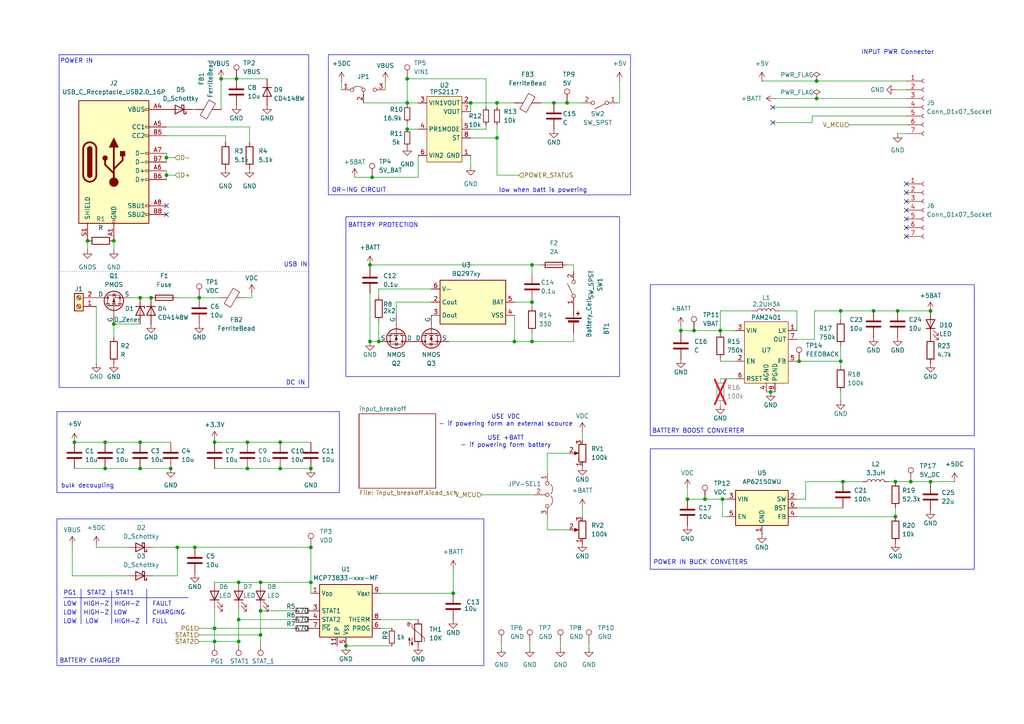
<source format=kicad_sch>
(kicad_sch (version 20231120) (generator "eeschema") (generator_version "8.0")
  (paper "A4")
  (junction (at 164.465 29.845))
  (junction (at 201.295 95.885))
  (junction (at 62.23 182.245))
  (junction (at 259.715 139.7))
  (junction (at 71.755 128.27))
  (junction (at 69.215 179.705))
  (junction (at 81.28 128.27))
  (junction (at 40.64 135.89))
  (junction (at 25.4 69.85))
  (junction (at 62.23 186.055))
  (junction (at 136.525 29.845))
  (junction (at 33.02 69.85))
  (junction (at 236.855 28.575))
  (junction (at 21.59 128.27))
  (junction (at 56.515 158.75))
  (junction (at 149.225 99.06))
  (junction (at 30.48 135.89))
  (junction (at 244.475 139.7))
  (junction (at 107.95 51.435))
  (junction (at 64.135 22.86))
  (junction (at 236.855 23.495))
  (junction (at 107.315 76.835))
  (junction (at 100.33 187.325))
  (junction (at 223.52 113.665))
  (junction (at 264.16 139.7))
  (junction (at 144.145 40.005))
  (junction (at 209.55 144.78))
  (junction (at 90.17 135.89))
  (junction (at 197.485 95.885))
  (junction (at 71.755 135.89))
  (junction (at 81.28 135.89))
  (junction (at 118.11 37.465))
  (junction (at 204.47 144.78))
  (junction (at 43.815 86.36))
  (junction (at 160.655 29.845))
  (junction (at 57.785 86.36))
  (junction (at 131.445 172.085))
  (junction (at 48.26 50.8))
  (junction (at 30.48 128.27))
  (junction (at 75.565 177.165))
  (junction (at 69.215 186.055))
  (junction (at 154.305 87.63))
  (junction (at 90.17 168.91))
  (junction (at 49.53 135.89))
  (junction (at 90.17 158.75))
  (junction (at 118.11 29.845))
  (junction (at 109.855 99.06))
  (junction (at 48.26 45.72))
  (junction (at 269.875 90.17))
  (junction (at 260.35 90.17))
  (junction (at 118.11 22.86))
  (junction (at 40.64 128.27))
  (junction (at 243.84 104.775))
  (junction (at 208.915 95.885))
  (junction (at 259.715 149.86))
  (junction (at 40.64 86.36))
  (junction (at 243.84 90.17))
  (junction (at 154.305 76.835))
  (junction (at 33.02 93.98))
  (junction (at 253.365 90.17))
  (junction (at 107.315 99.06))
  (junction (at 62.23 128.27))
  (junction (at 68.58 22.86))
  (junction (at 199.39 144.78))
  (junction (at 69.215 168.91))
  (junction (at 269.875 139.7))
  (junction (at 75.565 168.91))
  (junction (at 154.305 99.06))
  (junction (at 75.565 184.15))
  (junction (at 144.145 29.845))
  (junction (at 51.435 158.75))
  (junction (at 231.775 104.775))
  (no_connect (at 224.155 31.115))
  (no_connect (at 262.89 60.96))
  (no_connect (at 262.89 58.42))
  (no_connect (at 262.89 55.88))
  (no_connect (at 262.89 68.58))
  (no_connect (at 262.89 63.5))
  (no_connect (at 224.155 35.56))
  (no_connect (at 262.89 66.04))
  (no_connect (at 48.26 59.69))
  (no_connect (at 48.26 62.23))
  (no_connect (at 262.89 53.34))
  (polyline (pts (xy 17.145 78.74) (xy 89.535 78.74)) (stroke (width 0) (type dot)))
  (wire (pts (xy 209.55 149.86) (xy 209.55 144.78)))
  (wire (pts (xy 208.915 104.775) (xy 208.915 104.14)))
  (wire (pts (xy 40.64 86.36) (xy 43.815 86.36)))
  (wire (pts (xy 113.665 182.245) (xy 110.49 182.245)))
  (wire (pts (xy 62.23 135.89) (xy 71.755 135.89)))
  (polyline (pts (xy 32.385 171.45) (xy 32.385 180.975)))
  (wire (pts (xy 109.855 93.345) (xy 109.855 99.06)))
  (wire (pts (xy 208.915 90.17) (xy 218.44 90.17)))
  (wire (pts (xy 253.365 90.17) (xy 260.35 90.17)))
  (wire (pts (xy 51.435 167.005) (xy 44.45 167.005)))
  (wire (pts (xy 153.67 186.69) (xy 153.67 187.96)))
  (wire (pts (xy 259.715 139.7) (xy 257.81 139.7)))
  (wire (pts (xy 136.525 45.085) (xy 136.525 48.26)))
  (wire (pts (xy 75.565 177.165) (xy 75.565 184.15)))
  (wire (pts (xy 243.84 92.71) (xy 243.84 90.17)))
  (wire (pts (xy 154.305 96.52) (xy 154.305 99.06)))
  (wire (pts (xy 199.39 141.605) (xy 199.39 144.78)))
  (wire (pts (xy 90.17 135.89) (xy 81.28 135.89)))
  (wire (pts (xy 208.915 95.885) (xy 208.915 96.52)))
  (wire (pts (xy 149.225 87.63) (xy 154.305 87.63)))
  (wire (pts (xy 209.55 144.78) (xy 210.82 144.78)))
  (wire (pts (xy 90.17 168.91) (xy 90.17 172.085)))
  (wire (pts (xy 27.94 88.9) (xy 27.94 105.41)))
  (wire (pts (xy 162.56 186.69) (xy 162.56 187.96)))
  (wire (pts (xy 136.525 40.005) (xy 144.145 40.005)))
  (wire (pts (xy 139.7 143.51) (xy 154.94 143.51)))
  (wire (pts (xy 233.68 144.78) (xy 233.68 139.7)))
  (wire (pts (xy 136.525 29.845) (xy 136.525 32.385)))
  (wire (pts (xy 64.135 22.86) (xy 68.58 22.86)))
  (wire (pts (xy 57.785 186.055) (xy 62.23 186.055)))
  (wire (pts (xy 131.445 165.1) (xy 131.445 172.085)))
  (wire (pts (xy 144.145 40.005) (xy 144.145 36.195)))
  (wire (pts (xy 236.22 98.425) (xy 236.22 90.17)))
  (wire (pts (xy 264.16 139.7) (xy 269.875 139.7)))
  (wire (pts (xy 21.59 128.27) (xy 30.48 128.27)))
  (wire (pts (xy 204.47 144.78) (xy 209.55 144.78)))
  (wire (pts (xy 105.41 29.845) (xy 118.11 29.845)))
  (wire (pts (xy 40.64 135.89) (xy 49.53 135.89)))
  (wire (pts (xy 154.305 88.9) (xy 154.305 87.63)))
  (wire (pts (xy 210.82 149.86) (xy 209.55 149.86)))
  (wire (pts (xy 62.23 168.91) (xy 69.215 168.91)))
  (wire (pts (xy 27.94 158.75) (xy 27.94 158.115)))
  (wire (pts (xy 30.48 135.89) (xy 40.64 135.89)))
  (wire (pts (xy 118.11 30.48) (xy 118.11 29.845)))
  (wire (pts (xy 233.68 139.7) (xy 244.475 139.7)))
  (wire (pts (xy 243.84 116.205) (xy 243.84 113.665)))
  (wire (pts (xy 72.39 36.83) (xy 48.26 36.83)))
  (wire (pts (xy 109.855 85.725) (xy 109.855 83.82)))
  (wire (pts (xy 149.225 91.44) (xy 149.225 99.06)))
  (wire (pts (xy 136.525 37.465) (xy 140.97 37.465)))
  (wire (pts (xy 197.485 95.885) (xy 197.485 94.615)))
  (wire (pts (xy 36.83 158.75) (xy 27.94 158.75)))
  (wire (pts (xy 118.11 29.845) (xy 121.285 29.845)))
  (wire (pts (xy 231.14 104.775) (xy 231.775 104.775)))
  (wire (pts (xy 213.36 95.885) (xy 208.915 95.885)))
  (wire (pts (xy 40.64 128.27) (xy 49.53 128.27)))
  (wire (pts (xy 140.97 36.195) (xy 140.97 37.465)))
  (wire (pts (xy 73.025 85.09) (xy 73.025 86.36)))
  (wire (pts (xy 164.465 29.845) (xy 160.655 29.845)))
  (wire (pts (xy 107.315 99.06) (xy 109.855 99.06)))
  (wire (pts (xy 179.705 23.495) (xy 179.705 29.845)))
  (wire (pts (xy 51.435 158.75) (xy 56.515 158.75)))
  (wire (pts (xy 231.14 149.86) (xy 259.715 149.86)))
  (wire (pts (xy 33.02 93.98) (xy 33.02 97.79)))
  (wire (pts (xy 236.855 28.575) (xy 224.79 28.575)))
  (wire (pts (xy 48.26 45.72) (xy 48.26 46.99)))
  (wire (pts (xy 224.155 31.115) (xy 262.89 31.115)))
  (wire (pts (xy 208.915 95.885) (xy 208.915 90.17)))
  (wire (pts (xy 111.76 26.035) (xy 111.76 23.495)))
  (wire (pts (xy 158.75 131.445) (xy 158.75 137.16)))
  (wire (pts (xy 62.23 186.055) (xy 69.215 186.055)))
  (wire (pts (xy 21.59 135.89) (xy 30.48 135.89)))
  (wire (pts (xy 259.715 149.86) (xy 259.715 147.32)))
  (wire (pts (xy 154.305 87.63) (xy 154.305 86.995)))
  (wire (pts (xy 260.35 38.735) (xy 262.89 38.735)))
  (wire (pts (xy 220.98 23.495) (xy 236.855 23.495)))
  (wire (pts (xy 208.915 109.855) (xy 213.36 109.855)))
  (wire (pts (xy 269.875 139.7) (xy 269.875 140.335)))
  (wire (pts (xy 231.14 147.32) (xy 244.475 147.32)))
  (wire (pts (xy 55.88 31.75) (xy 56.515 31.75)))
  (wire (pts (xy 154.305 76.835) (xy 154.305 79.375)))
  (wire (pts (xy 73.025 86.36) (xy 71.12 86.36)))
  (wire (pts (xy 158.75 131.445) (xy 165.1 131.445)))
  (wire (pts (xy 48.26 50.8) (xy 50.8 50.8)))
  (wire (pts (xy 156.845 76.835) (xy 154.305 76.835)))
  (wire (pts (xy 197.485 95.885) (xy 201.295 95.885)))
  (wire (pts (xy 118.11 35.56) (xy 118.11 37.465)))
  (wire (pts (xy 168.91 125.095) (xy 168.91 127.635)))
  (wire (pts (xy 71.755 135.89) (xy 81.28 135.89)))
  (wire (pts (xy 110.49 172.085) (xy 131.445 172.085)))
  (wire (pts (xy 44.45 158.75) (xy 51.435 158.75)))
  (wire (pts (xy 259.715 26.035) (xy 262.89 26.035)))
  (wire (pts (xy 69.215 179.705) (xy 69.215 176.53)))
  (wire (pts (xy 259.715 139.7) (xy 264.16 139.7)))
  (wire (pts (xy 166.37 96.52) (xy 166.37 99.06)))
  (wire (pts (xy 243.84 104.775) (xy 243.84 100.33)))
  (wire (pts (xy 57.785 86.36) (xy 63.5 86.36)))
  (wire (pts (xy 236.855 23.495) (xy 262.89 23.495)))
  (wire (pts (xy 110.49 179.705) (xy 121.285 179.705)))
  (wire (pts (xy 235.585 33.655) (xy 262.89 33.655)))
  (wire (pts (xy 140.97 22.86) (xy 118.11 22.86)))
  (wire (pts (xy 170.815 186.69) (xy 170.815 187.96)))
  (wire (pts (xy 65.405 41.275) (xy 65.405 39.37)))
  (wire (pts (xy 72.39 41.275) (xy 72.39 36.83)))
  (wire (pts (xy 222.25 113.665) (xy 223.52 113.665)))
  (wire (pts (xy 231.14 98.425) (xy 236.22 98.425)))
  (wire (pts (xy 145.415 186.69) (xy 145.415 187.96)))
  (wire (pts (xy 235.585 35.56) (xy 224.155 35.56)))
  (wire (pts (xy 262.89 28.575) (xy 236.855 28.575)))
  (wire (pts (xy 62.23 127.635) (xy 62.23 128.27)))
  (wire (pts (xy 51.435 86.36) (xy 57.785 86.36)))
  (wire (pts (xy 144.145 29.845) (xy 144.145 31.115)))
  (wire (pts (xy 199.39 144.78) (xy 204.47 144.78)))
  (wire (pts (xy 25.4 72.39) (xy 25.4 69.85)))
  (wire (pts (xy 33.02 72.39) (xy 33.02 69.85)))
  (wire (pts (xy 69.215 179.705) (xy 85.09 179.705)))
  (wire (pts (xy 48.26 49.53) (xy 48.26 50.8)))
  (wire (pts (xy 121.285 45.085) (xy 121.285 51.435)))
  (wire (pts (xy 243.84 90.17) (xy 253.365 90.17)))
  (wire (pts (xy 20.955 167.005) (xy 20.955 158.115)))
  (wire (pts (xy 231.775 104.775) (xy 243.84 104.775)))
  (wire (pts (xy 166.37 99.06) (xy 154.305 99.06)))
  (wire (pts (xy 118.11 37.465) (xy 121.285 37.465)))
  (wire (pts (xy 40.64 86.36) (xy 38.1 86.36)))
  (wire (pts (xy 40.64 93.98) (xy 33.02 93.98)))
  (wire (pts (xy 231.14 90.17) (xy 231.14 95.885)))
  (wire (pts (xy 85.09 182.245) (xy 62.23 182.245)))
  (wire (pts (xy 244.475 139.7) (xy 250.19 139.7)))
  (wire (pts (xy 65.405 39.37) (xy 48.26 39.37)))
  (wire (pts (xy 158.75 153.67) (xy 158.75 149.86)))
  (wire (pts (xy 75.565 184.15) (xy 75.565 186.055)))
  (wire (pts (xy 62.23 182.245) (xy 62.23 176.53)))
  (wire (pts (xy 57.785 184.15) (xy 75.565 184.15)))
  (wire (pts (xy 201.295 95.885) (xy 208.915 95.885)))
  (wire (pts (xy 71.755 128.27) (xy 81.28 128.27)))
  (wire (pts (xy 243.84 106.045) (xy 243.84 104.775)))
  (wire (pts (xy 197.485 96.52) (xy 197.485 95.885)))
  (polyline (pts (xy 18.415 173.355) (xy 54.61 173.355)))
  (wire (pts (xy 36.83 167.005) (xy 20.955 167.005)))
  (polyline (pts (xy 23.495 170.815) (xy 23.495 180.975)))
  (wire (pts (xy 136.525 29.845) (xy 144.145 29.845)))
  (wire (pts (xy 69.215 168.91) (xy 75.565 168.91)))
  (wire (pts (xy 64.135 22.86) (xy 64.135 31.75)))
  (wire (pts (xy 75.565 168.91) (xy 90.17 168.91)))
  (wire (pts (xy 75.565 177.165) (xy 75.565 176.53)))
  (wire (pts (xy 107.315 77.47) (xy 107.315 76.835)))
  (wire (pts (xy 144.145 50.8) (xy 150.495 50.8)))
  (wire (pts (xy 107.95 51.435) (xy 121.285 51.435)))
  (wire (pts (xy 144.145 40.005) (xy 144.145 50.8)))
  (wire (pts (xy 165.1 153.67) (xy 158.75 153.67)))
  (wire (pts (xy 246.38 36.195) (xy 262.89 36.195)))
  (wire (pts (xy 62.23 128.27) (xy 71.755 128.27)))
  (wire (pts (xy 154.305 99.06) (xy 149.225 99.06)))
  (wire (pts (xy 100.33 187.325) (xy 113.665 187.325)))
  (wire (pts (xy 226.06 90.17) (xy 231.14 90.17)))
  (wire (pts (xy 168.91 29.845) (xy 164.465 29.845)))
  (wire (pts (xy 125.095 87.63) (xy 114.935 87.63)))
  (wire (pts (xy 118.11 22.86) (xy 118.11 29.845)))
  (wire (pts (xy 140.97 22.86) (xy 140.97 31.115)))
  (wire (pts (xy 69.215 186.055) (xy 69.215 179.705)))
  (wire (pts (xy 164.465 76.835) (xy 166.37 76.835)))
  (wire (pts (xy 62.23 186.055) (xy 62.23 182.245)))
  (wire (pts (xy 102.87 51.435) (xy 107.95 51.435)))
  (wire (pts (xy 179.705 29.845) (xy 179.07 29.845)))
  (wire (pts (xy 90.17 158.75) (xy 90.17 168.91)))
  (wire (pts (xy 149.225 99.06) (xy 130.175 99.06)))
  (wire (pts (xy 269.875 139.7) (xy 276.86 139.7)))
  (wire (pts (xy 114.935 87.63) (xy 114.935 91.44)))
  (wire (pts (xy 156.845 29.845) (xy 160.655 29.845)))
  (polyline (pts (xy 42.545 170.815) (xy 42.545 180.975)))
  (wire (pts (xy 236.22 90.17) (xy 243.84 90.17)))
  (wire (pts (xy 99.06 23.495) (xy 99.06 26.035)))
  (wire (pts (xy 168.91 147.32) (xy 168.91 149.86)))
  (wire (pts (xy 48.26 50.8) (xy 48.26 52.07)))
  (wire (pts (xy 213.36 104.775) (xy 208.915 104.775)))
  (wire (pts (xy 57.785 182.245) (xy 62.23 182.245)))
  (wire (pts (xy 144.145 29.845) (xy 149.225 29.845)))
  (wire (pts (xy 260.35 90.17) (xy 269.875 90.17)))
  (wire (pts (xy 109.855 83.82) (xy 125.095 83.82)))
  (wire (pts (xy 235.585 35.56) (xy 235.585 33.655)))
  (wire (pts (xy 48.26 44.45) (xy 48.26 45.72)))
  (wire (pts (xy 51.435 158.75) (xy 51.435 167.005)))
  (wire (pts (xy 48.26 45.72) (xy 50.8 45.72)))
  (wire (pts (xy 68.58 22.86) (xy 77.47 22.86)))
  (wire (pts (xy 166.37 76.835) (xy 166.37 78.74)))
  (wire (pts (xy 223.52 113.665) (xy 224.79 113.665)))
  (wire (pts (xy 56.515 158.75) (xy 90.17 158.75)))
  (wire (pts (xy 81.28 128.27) (xy 90.17 128.27)))
  (wire (pts (xy 107.315 85.09) (xy 107.315 99.06)))
  (wire (pts (xy 75.565 177.165) (xy 85.09 177.165)))
  (wire (pts (xy 30.48 128.27) (xy 40.64 128.27)))
  (wire (pts (xy 107.315 76.835) (xy 154.305 76.835)))
  (wire (pts (xy 231.14 144.78) (xy 233.68 144.78)))
  (rectangle (start 16.51 150.495) (end 140.335 193.04))
  (rectangle (start 16.51 119.38) (end 98.425 142.875))
  (rectangle (start 188.595 82.55) (end 282.575 126.365))
  (rectangle (start 17.145 15.875) (end 89.535 112.395))
  (rectangle (start 95.25 15.875) (end 182.88 56.515))
  (rectangle (start 100.33 62.865) (end 179.705 109.22))
  (rectangle (start 188.595 130.175) (end 282.575 165.1))
  (text "LOW" (at 26.67 180.34 0) (effects (font (size 1.27 1.27))))
  (text "POWER IN BUCK CONVETERS" (at 203.2 163.195 0) (effects (font (size 1.27 1.27))))
  (text "FAULT" (at 46.99 175.26 0) (effects (font (size 1.27 1.27))))
  (text "LOW" (at 20.32 175.26 0) (effects (font (size 1.27 1.27))))
  (text "INPUT PWR Connector" (at 260.35 15.24 0) (effects (font (size 1.27 1.27))))
  (text "POWER IN" (at 22.225 17.78 0) (effects (font (size 1.27 1.27))))
  (text "OR-ING CIRCUIT\n" (at 104.14 55.245 0) (effects (font (size 1.27 1.27))))
  (text "HIGH-Z" (at 27.94 177.8 0) (effects (font (size 1.27 1.27))))
  (text "BATTERY BOOST CONVERTER" (at 202.565 125.095 0) (effects (font (size 1.27 1.27))))
  (text "HIGH-Z" (at 27.94 175.26 0) (effects (font (size 1.27 1.27))))
  (text "HIGH-Z" (at 36.83 180.34 0) (effects (font (size 1.27 1.27))))
  (text "FULL" (at 46.355 180.34 0) (effects (font (size 1.27 1.27))))
  (text "low when batt is powering" (at 157.48 55.245 0) (effects (font (size 1.27 1.27))))
  (text "DC IN" (at 85.725 111.125 0) (effects (font (size 1.27 1.27))))
  (text "bulk decoupling" (at 25.4 140.97 0) (effects (font (size 1.27 1.27))))
  (text "BATTERY CHARGER" (at 26.035 191.77 0) (effects (font (size 1.27 1.27))))
  (text "CHARGING" (at 48.895 177.8 0) (effects (font (size 1.27 1.27))))
  (text "LOW" (at 20.32 177.8 0) (effects (font (size 1.27 1.27))))
  (text "USE VDC\n- if powering form an external scource\n\nUSE +BATT\n- if powering form battery" (at 146.685 125.095 0) (effects (font (size 1.27 1.27))))
  (text "BATTERY PROTECTION" (at 111.125 65.405 0) (effects (font (size 1.27 1.27))))
  (text "PG1" (at 20.32 172.085 0) (effects (font (size 1.27 1.27))))
  (text "STAT1" (at 36.195 172.085 0) (effects (font (size 1.27 1.27))))
  (text "LOW" (at 34.925 177.8 0) (effects (font (size 1.27 1.27))))
  (text "LOW" (at 20.32 180.34 0) (effects (font (size 1.27 1.27))))
  (text "STAT2" (at 27.94 172.085 0) (effects (font (size 1.27 1.27))))
  (text "USB IN\n" (at 85.725 76.835 0) (effects (font (size 1.27 1.27))))
  (text "HIGH-Z" (at 36.83 175.26 0) (effects (font (size 1.27 1.27))))
  (hierarchical_label "V_MCU" (shape input) (at 246.38 36.195 180))
  (hierarchical_label "V_MCU" (shape input) (at 139.7 143.51 180))
  (hierarchical_label "POWER_STATUS" (shape input) (at 150.495 50.8 0))
  (hierarchical_label "STAT1" (shape input) (at 57.785 184.15 180))
  (hierarchical_label "D+" (shape input) (at 50.8 50.8 0))
  (hierarchical_label "D-" (shape input) (at 50.8 45.72 0))
  (hierarchical_label "PG1" (shape input) (at 57.785 182.245 180))
  (hierarchical_label "STAT2" (shape input) (at 57.785 186.055 180))
  (symbol (lib_id "power:GND") (at 269.875 105.41 0) (unit 1)
    (property "Reference" "#PWR062" (effects (hide yes)))
    (property "Value" "GND" (at 269.875 109.22 0))
    (property "Description" "Power symbol creates a global label with name \"GND\" , ground" (effects (hide yes)))
  )
  (symbol (lib_id "power:VDC") (at 199.39 141.605 0) (unit 1)
    (property "Reference" "#PWR043" (effects (hide yes)))
    (property "Value" "VDC" (at 199.39 137.16 0))
    (property "Description" "Power symbol creates a global label with name \"VDC\"" (effects (hide yes)))
  )
  (symbol (lib_id "power:GND") (at 131.445 179.705 0) (unit 1)
    (property "Reference" "#PWR029" (effects (hide yes)))
    (property "Value" "GND" (at 131.445 183.515 0))
    (property "Description" "Power symbol creates a global label with name \"GND\" , ground" (effects (hide yes)))
  )
  (symbol (lib_id "Device:C") (at 21.59 132.08 0) (unit 1)
    (property "Reference" "C1" (at 24.638 130.8099 0) (effects (justify left)))
    (property "Value" "10u" (at 24.638 133.3499 0) (effects (justify left)))
    (property "Footprint" "Capacitor_SMD:C_0603_1608Metric" (effects (hide yes)))
    (property "Description" "Unpolarized capacitor" (effects (hide yes)))
  )
  (symbol (lib_id "Device:C") (at 90.17 132.08 0) (unit 1)
    (property "Reference" "C11" (at 93.218 130.8099 0) (effects (justify left)))
    (property "Value" "10u" (at 93.218 133.3499 0) (effects (justify left)))
    (property "Footprint" "Capacitor_SMD:C_0603_1608Metric" (effects (hide yes)))
    (property "Description" "Unpolarized capacitor" (effects (hide yes)))
  )
  (symbol (lib_id "Device:C") (at 30.48 132.08 0) (unit 1)
    (property "Reference" "C2" (at 33.528 130.8099 0) (effects (justify left)))
    (property "Value" "10u" (at 33.528 133.3499 0) (effects (justify left)))
    (property "Footprint" "Capacitor_SMD:C_0603_1608Metric" (effects (hide yes)))
    (property "Description" "Unpolarized capacitor" (effects (hide yes)))
  )
  (symbol (lib_id "Device:R_Small") (at 118.11 33.02 0) (unit 1)
    (property "Reference" "R10" (at 113.03 31.75 0) (effects (justify left)))
    (property "Value" "16.9k" (at 111.125 34.29 0) (effects (justify left)))
    (property "Footprint" "Resistor_SMD:R_0603_1608Metric" (effects (hide yes)))
    (property "Description" "Resistor, small symbol" (effects (hide yes)))
  )
  (symbol (lib_id "Device:Battery_Cell") (at 166.37 93.98 0) (unit 1)
    (property "Reference" "BT1" (at 175.895 95.3135 90))
    (property "Value" "Battery_Cell" (at 170.815 92.1385 90))
    (property "Footprint" "Connector_JST:JST_EH_S2B-EH_1x02_P2.50mm_Horizontal" (effects (hide yes)))
    (property "Description" "Single-cell battery" (effects (hide yes)))
  )
  (symbol (lib_id "Device:R_Potentiometer") (at 168.91 153.67 180) (unit 1)
    (property "Reference" "RV2" (at 171.45 152.3999 0) (effects (justify right)))
    (property "Value" "100k" (at 171.45 154.9399 0) (effects (justify right)))
    (property "Footprint" "Potentiometer_THT:Potentiometer_Vishay_T73YP_Vertical" (effects (hide yes)))
    (property "Description" "Potentiometer" (effects (hide yes)))
  )
  (symbol (lib_id "Connector:TestPoint") (at 201.295 95.885 0) (unit 1)
    (property "Reference" "TP11" (at 203.835 91.3129 0) (effects (justify left)))
    (property "Value" "VBAT" (at 203.835 93.8529 0) (effects (justify left)))
    (property "Footprint" "TestPoint:TestPoint_Pad_D1.5mm" (effects (hide yes)))
    (property "Description" "test point" (effects (hide yes)))
  )
  (symbol (lib_id "Device:C") (at 154.305 83.185 0) (unit 1)
    (property "Reference" "C14" (at 156.845 81.915 0) (effects (justify left)))
    (property "Value" "0.1u" (at 156.845 84.455 0) (effects (justify left)))
    (property "Footprint" "Capacitor_SMD:C_0603_1608Metric" (effects (hide yes)))
    (property "Description" "Unpolarized capacitor" (effects (hide yes)))
  )
  (symbol (lib_id "power:GND") (at 77.47 30.48 0) (unit 1)
    (property "Reference" "#PWR018" (effects (hide yes)))
    (property "Value" "GND" (at 77.47 34.29 0))
    (property "Description" "Power symbol creates a global label with name \"GND\" , ground" (effects (hide yes)))
  )
  (symbol (lib_id "power:+BATT") (at 197.485 94.615 0) (unit 1)
    (property "Reference" "#PWR041" (effects (hide yes)))
    (property "Value" "+BATT" (at 197.485 89.535 0))
    (property "Description" "Power symbol creates a global label with name \"+BATT\"" (effects (hide yes)))
  )
  (symbol (lib_id "Device:Thermistor_NTC") (at 121.285 183.515 0) (unit 1)
    (property "Reference" "TH1" (at 124.46 182.5624 0) (effects (justify left)))
    (property "Value" "10K" (at 124.46 185.1024 0) (effects (justify left)))
    (property "Footprint" "TestPoint:TestPoint_Pad_D1.5mm" (effects (hide yes)))
    (property "Description" "Temperature dependent resistor, negative temperature coefficient" (effects (hide yes)))
  )
  (symbol (lib_id "power:GND") (at 118.11 42.545 0) (unit 1)
    (property "Reference" "#PWR026" (effects (hide yes)))
    (property "Value" "GND" (at 118.11 47.625 0))
    (property "Description" "Power symbol creates a global label with name \"GND\" , ground" (effects (hide yes)))
  )
  (symbol (lib_id "power:+5P") (at 276.86 139.7 0) (unit 1)
    (property "Reference" "#PWR065" (effects (hide yes)))
    (property "Value" "+5DC" (at 276.86 134.62 0))
    (property "Description" "Power symbol creates a global label with name \"+5P\"" (effects (hide yes)))
  )
  (symbol (lib_id "Connector:TestPoint") (at 164.465 29.845 0) (unit 1)
    (property "Reference" "TP9" (at 163.195 21.59 0) (effects (justify left)))
    (property "Value" "5V" (at 163.195 24.13 0) (effects (justify left)))
    (property "Footprint" "TestPoint:TestPoint_Pad_D1.5mm" (effects (hide yes)))
    (property "Description" "test point" (effects (hide yes)))
  )
  (symbol (lib_id "Device:R") (at 72.39 45.085 180) (unit 1)
    (property "Reference" "R4" (at 74.93 43.8149 0) (effects (justify right)))
    (property "Value" "5.1k" (at 74.93 46.3549 0) (effects (justify right)))
    (property "Footprint" "Resistor_SMD:R_0603_1608Metric" (effects (hide yes)))
    (property "Description" "Resistor" (effects (hide yes)))
  )
  (symbol (lib_id "Device:R_Small") (at 140.97 33.655 0) (unit 1)
    (property "Reference" "R12" (at 135.89 33.655 0) (effects (justify left)))
    (property "Value" "10k" (at 135.89 36.195 0) (effects (justify left)))
    (property "Footprint" "Resistor_SMD:R_0603_1608Metric" (effects (hide yes)))
    (property "Description" "Resistor, small symbol" (effects (hide yes)))
  )
  (symbol (lib_id "Device:C") (at 107.315 81.28 0) (unit 1)
    (property "Reference" "C12" (at 111.125 80.01 0) (effects (justify left)))
    (property "Value" "0.1u" (at 111.125 82.55 0) (effects (justify left)))
    (property "Footprint" "Capacitor_SMD:C_0603_1608Metric" (effects (hide yes)))
    (property "Description" "Unpolarized capacitor" (effects (hide yes)))
  )
  (symbol (lib_id "power:GND") (at 136.525 48.26 0) (unit 1)
    (property "Reference" "#PWR030" (effects (hide yes)))
    (property "Value" "GND" (at 136.525 53.34 0))
    (property "Description" "Power symbol creates a global label with name \"GND\" , ground" (effects (hide yes)))
  )
  (symbol (lib_id "power:GND") (at 160.655 37.465 0) (unit 1)
    (property "Reference" "#PWR033" (effects (hide yes)))
    (property "Value" "GND" (at 160.655 41.275 0))
    (property "Description" "Power symbol creates a global label with name \"GND\" , ground" (effects (hide yes)))
  )
  (symbol (lib_id "power:GND") (at 121.285 187.325 0) (unit 1)
    (property "Reference" "#PWR027" (effects (hide yes)))
    (property "Value" "GND" (at 121.285 191.135 0))
    (property "Description" "Power symbol creates a global label with name \"GND\" , ground" (effects (hide yes)))
  )
  (symbol (lib_id "Diode:CD4148W") (at 77.47 26.67 270) (unit 1)
    (property "Reference" "D9" (at 79.375 26.035 90) (effects (justify left)))
    (property "Value" "CD4148W" (at 79.375 28.575 90) (effects (justify left)))
    (property "Footprint" "Diode_SMD:D_0805_2012Metric" (effects (hide yes)))
    (property "Datasheet" "https://www.dccomponents.com/upload/product/original/623524775088.pdf" (effects (hide yes)))
    (property "Description" "75V 0.15A Switching Diode, 0805" (effects (hide yes)))
    (property "Sim.Device" "D" (effects (hide yes)))
    (property "Sim.Pins" "1=K 2=A" (effects (hide yes)))
  )
  (symbol (lib_id "power:GNDS") (at 25.4 72.39 0) (unit 1)
    (property "Reference" "#PWR03" (effects (hide yes)))
    (property "Value" "GNDS" (at 25.4 77.47 0))
    (property "Description" "Power symbol creates a global label with name \"GNDS\" , signal ground" (effects (hide yes)))
  )
  (symbol (lib_id "Connector:Conn_01x07_Socket") (at 267.97 31.115 0) (unit 1)
    (property "Reference" "J5" (at 268.732 29.8449 0) (effects (justify left)))
    (property "Value" "Conn_01x07_Socket" (at 268.732 32.3849 0) (effects (justify left)))
    (property "Footprint" "Connector_PinSocket_2.54mm:PinSocket_1x07_P2.54mm_Vertical" (effects (hide yes)))
    (property "Description" "Generic connector, single row, 01x07, script generated" (effects (hide yes)))
  )
  (symbol (lib_id "Device:R") (at 269.875 101.6 180) (unit 1)
    (property "Reference" "R23" (at 271.78 100.33 0) (effects (justify right)))
    (property "Value" "4.7k" (at 271.78 102.87 0) (effects (justify right)))
    (property "Footprint" "Resistor_SMD:R_0603_1608Metric" (effects (hide yes)))
    (property "Description" "Resistor" (effects (hide yes)))
  )
  (symbol (lib_id "Device:R") (at 29.21 69.85 90) (unit 1)
    (property "Reference" "R1" (at 29.21 63.5 90))
    (property "Value" "R" (at 29.21 66.04 90))
    (property "Footprint" "Resistor_SMD:R_0603_1608Metric" (effects (hide yes)))
    (property "Description" "Resistor" (effects (hide yes)))
  )
  (symbol (lib_id "Connector:TestPoint") (at 62.23 186.055 180) (unit 1)
    (property "Reference" "PG1" (at 60.96 191.77 0) (effects (justify right)))
    (property "Value" "TestPoint" (effects (hide yes)))
    (property "Footprint" "TestPoint:TestPoint_Pad_D1.5mm" (effects (hide yes)))
    (property "Description" "test point" (effects (hide yes)))
  )
  (symbol (lib_id "power:GND") (at 168.91 157.48 0) (unit 1)
    (property "Reference" "#PWR038" (effects (hide yes)))
    (property "Value" "GND" (at 168.91 161.29 0))
    (property "Description" "Power symbol creates a global label with name \"GND\" , ground" (effects (hide yes)))
  )
  (symbol (lib_id "Device:R_Small") (at 118.11 40.005 0) (unit 1)
    (property "Reference" "R11" (at 113.03 38.735 0) (effects (justify left)))
    (property "Value" "5k" (at 113.665 41.275 0) (effects (justify left)))
    (property "Footprint" "Resistor_SMD:R_0603_1608Metric" (effects (hide yes)))
    (property "Description" "Resistor, small symbol" (effects (hide yes)))
  )
  (symbol (lib_id "Device:C") (at 244.475 143.51 0) (unit 1)
    (property "Reference" "C21" (at 247.65 142.2399 0) (effects (justify left)))
    (property "Value" "100n" (at 247.65 144.7799 0) (effects (justify left)))
    (property "Footprint" "Capacitor_SMD:C_0603_1608Metric" (effects (hide yes)))
    (property "Description" "Unpolarized capacitor" (effects (hide yes)))
  )
  (symbol (lib_id "power:GND") (at 168.91 135.255 0) (unit 1)
    (property "Reference" "#PWR036" (effects (hide yes)))
    (property "Value" "GND" (at 168.91 139.065 0))
    (property "Description" "Power symbol creates a global label with name \"GND\" , ground" (effects (hide yes)))
  )
  (symbol (lib_id "Device:Fuse") (at 160.655 76.835 90) (unit 1)
    (property "Reference" "F2" (at 160.655 70.485 90))
    (property "Value" "2A" (at 160.655 73.025 90))
    (property "Footprint" "Fuse:Fuse_0805_2012Metric" (effects (hide yes)))
    (property "Description" "Fuse" (effects (hide yes)))
  )
  (symbol (lib_id "Connector:TestPoint") (at 75.565 186.055 180) (unit 1)
    (property "Reference" "STAT_1" (at 73.025 191.77 0) (effects (justify right)))
    (property "Value" "TestPoint" (effects (hide yes)))
    (property "Footprint" "TestPoint:TestPoint_Pad_D1.5mm" (effects (hide yes)))
    (property "Description" "test point" (effects (hide yes)))
  )
  (symbol (lib_name "GND_1") (lib_id "power:GND") (at 260.35 38.735 0) (unit 1)
    (property "Reference" "#PWR077" (effects (hide yes)))
    (property "Value" "GND" (at 260.35 43.561 0))
    (property "Description" "Power symbol creates a global label with name \"GND\" , ground" (effects (hide yes)))
  )
  (symbol (lib_name "GND_2") (lib_id "power:GND") (at 153.67 187.96 0) (unit 1)
    (property "Reference" "#PWR032" (effects (hide yes)))
    (property "Value" "GND" (at 153.67 192.786 0))
    (property "Description" "Power symbol creates a global label with name \"GND\" , ground" (effects (hide yes)))
  )
  (symbol (lib_id "Device:C") (at 56.515 162.56 0) (unit 1)
    (property "Reference" "C5" (at 59.69 161.2899 0) (effects (justify left)))
    (property "Value" "10u" (at 59.69 163.8299 0) (effects (justify left)))
    (property "Footprint" "Capacitor_SMD:C_0603_1608Metric" (effects (hide yes)))
    (property "Description" "Unpolarized capacitor" (effects (hide yes)))
  )
  (symbol (lib_id "power:GND") (at 269.875 147.955 0) (unit 1)
    (property "Reference" "#PWR063" (effects (hide yes)))
    (property "Value" "GND" (at 269.875 151.765 0))
    (property "Description" "Power symbol creates a global label with name \"GND\" , ground" (effects (hide yes)))
  )
  (symbol (lib_id "power:PWR_FLAG") (at 236.855 28.575 0) (unit 1)
    (property "Reference" "#FLG04" (effects (hide yes)))
    (property "Value" "PWR_FLAG" (at 231.14 26.797 0))
    (property "Description" "Special symbol for telling ERC where power comes from" (effects (hide yes)))
  )
  (symbol (lib_id "Connector:TestPoint") (at 231.775 104.775 0) (unit 1)
    (property "Reference" "TP14" (at 233.68 100.2029 0) (effects (justify left)))
    (property "Value" "FEEDBACK" (at 233.68 102.7429 0) (effects (justify left)))
    (property "Footprint" "TestPoint:TestPoint_Pad_D1.5mm" (effects (hide yes)))
    (property "Description" "test point" (effects (hide yes)))
  )
  (symbol (lib_id "Device:D_Schottky") (at 40.64 167.005 180) (unit 1)
    (property "Reference" "D3" (at 40.9575 161.29 0))
    (property "Value" "D_Schottky" (at 40.9575 163.83 0))
    (property "Footprint" "Diode_SMD:D_0805_2012Metric" (effects (hide yes)))
    (property "Description" "Schottky diode" (effects (hide yes)))
  )
  (symbol (lib_id "power:+BATT") (at 168.91 147.32 0) (unit 1)
    (property "Reference" "#PWR037" (effects (hide yes)))
    (property "Value" "+BATT" (at 168.91 142.24 0))
    (property "Description" "Power symbol creates a global label with name \"+BATT\"" (effects (hide yes)))
  )
  (symbol (lib_id "Connector:TestPoint") (at 204.47 144.78 0) (unit 1)
    (property "Reference" "TP12" (at 207.01 140.2079 0) (effects (justify left)))
    (property "Value" "VDC" (at 207.01 142.7479 0) (effects (justify left)))
    (property "Footprint" "TestPoint:TestPoint_Pad_D1.5mm" (effects (hide yes)))
    (property "Description" "test point" (effects (hide yes)))
  )
  (symbol (lib_id "power:GND") (at 199.39 152.4 0) (unit 1)
    (property "Reference" "#PWR044" (effects (hide yes)))
    (property "Value" "GND" (at 199.39 156.21 0))
    (property "Description" "Power symbol creates a global label with name \"GND\" , ground" (effects (hide yes)))
  )
  (symbol (lib_id "Device:FerriteBead") (at 67.31 86.36 90) (unit 1)
    (property "Reference" "FB2" (at 68.58 92.71 90))
    (property "Value" "FerriteBead" (at 68.58 95.25 90))
    (property "Footprint" "Inductor_SMD:L_0805_2012Metric" (effects (hide yes)))
    (property "Description" "Ferrite bead" (effects (hide yes)))
  )
  (symbol (lib_id "Device:C") (at 49.53 132.08 0) (unit 1)
    (property "Reference" "C4" (at 52.578 130.8099 0) (effects (justify left)))
    (property "Value" "10u" (at 52.578 133.3499 0) (effects (justify left)))
    (property "Footprint" "Capacitor_SMD:C_0603_1608Metric" (effects (hide yes)))
    (property "Description" "Unpolarized capacitor" (effects (hide yes)))
  )
  (symbol (lib_id "Device:C") (at 68.58 26.67 0) (unit 1)
    (property "Reference" "C8" (at 71.755 25.3999 0) (effects (justify left)))
    (property "Value" "10u" (at 71.755 27.9399 0) (effects (justify left)))
    (property "Footprint" "Capacitor_SMD:C_0603_1608Metric" (effects (hide yes)))
    (property "Description" "Unpolarized capacitor" (effects (hide yes)))
  )
  (symbol (lib_id "power:GND") (at 33.02 105.41 0) (unit 1)
    (property "Reference" "#PWR07" (effects (hide yes)))
    (property "Value" "GND" (at 33.02 109.22 0))
    (property "Description" "Power symbol creates a global label with name \"GND\" , ground" (effects (hide yes)))
  )
  (symbol (lib_id "power:VBUS") (at 20.955 158.115 0) (unit 1)
    (property "Reference" "#PWR048" (effects (hide yes)))
    (property "Value" "VBUS" (at 20.955 153.67 0))
    (property "Description" "Power symbol creates a global label with name \"VBUS\"" (effects (hide yes)))
  )
  (symbol (lib_id "power:+BATT") (at 224.79 28.575 90) (unit 1)
    (property "Reference" "#PWR054" (effects (hide yes)))
    (property "Value" "+BATT" (at 220.98 28.5749 90) (effects (justify left)))
    (property "Description" "Power symbol creates a global label with name \"+BATT\"" (effects (hide yes)))
  )
  (symbol (lib_id "Connector:Conn_01x07_Socket") (at 267.97 60.96 0) (unit 1)
    (property "Reference" "J6" (at 268.732 59.6899 0) (effects (justify left)))
    (property "Value" "Conn_01x07_Socket" (at 268.732 62.2299 0) (effects (justify left)))
    (property "Footprint" "Connector_PinHeader_2.54mm:PinHeader_1x07_P2.54mm_Vertical" (effects (hide yes)))
    (property "Datasheet" "Connector_PinSocket_2.54mm:PinSocket_1x07_P2.54mm_Vertical" (effects (hide yes)))
    (property "Description" "Generic connector, single row, 01x07, script generated" (effects (hide yes)))
  )
  (symbol (lib_id "Device:C") (at 260.35 93.98 0) (unit 1)
    (property "Reference" "C24" (at 263.525 92.7099 0) (effects (justify left)))
    (property "Value" "10u" (at 263.525 95.2499 0) (effects (justify left)))
    (property "Footprint" "Capacitor_SMD:C_0603_1608Metric" (effects (hide yes)))
    (property "Description" "Unpolarized capacitor" (effects (hide yes)))
  )
  (symbol (lib_id "power:GND") (at 220.98 154.94 0) (unit 1)
    (property "Reference" "#PWR051" (effects (hide yes)))
    (property "Value" "GND" (at 220.98 158.75 0))
    (property "Description" "Power symbol creates a global label with name \"GND\" , ground" (effects (hide yes)))
  )
  (symbol (lib_id "parts_not_in_kicad:PAM2401") (at 222.25 102.235 0) (unit 1)
    (property "Reference" "U7" (at 222.25 101.6 0))
    (property "Value" "PAM2401" (at 222.25 92.075 0))
    (property "Footprint" "Package_SO:MSOP-8-1EP_3x3mm_P0.65mm_EP2.5x3mm_Mask1.73x2.36mm" (effects (hide yes)))
  )
  (symbol (lib_id "Device:Fuse") (at 47.625 86.36 90) (unit 1)
    (property "Reference" "F1" (at 47.625 80.01 90))
    (property "Value" "Fuse" (at 47.625 82.55 90))
    (property "Footprint" "Fuse:Fuse_0805_2012Metric" (effects (hide yes)))
    (property "Description" "Fuse" (effects (hide yes)))
  )
  (symbol (lib_id "Simulation_SPICE:NMOS") (at 125.095 96.52 90) (mirror x) (unit 1)
    (property "Reference" "Q3" (at 125.095 105.41 90))
    (property "Value" "NMOS" (at 125.095 102.87 90))
    (property "Footprint" "Package_TO_SOT_SMD:SOT-23" (effects (hide yes)))
    (property "Datasheet" "https://ngspice.sourceforge.io/docs/ngspice-html-manual/manual.xhtml#cha_MOSFETs" (effects (hide yes)))
    (property "Description" "N-MOSFET transistor, drain/source/gate" (effects (hide yes)))
    (property "Sim.Device" "NMOS" (effects (hide yes)))
    (property "Sim.Type" "VDMOS" (effects (hide yes)))
    (property "Sim.Pins" "1=D 2=G 3=S" (effects (hide yes)))
  )
  (symbol (lib_id "Device:LED") (at 269.875 93.98 90) (unit 1)
    (property "Reference" "D10" (at 272.415 94.2974 90) (effects (justify right)))
    (property "Value" "LED" (at 272.415 96.8374 90) (effects (justify right)))
    (property "Footprint" "Diode_SMD:D_0805_2012Metric" (effects (hide yes)))
    (property "Description" "Light emitting diode" (effects (hide yes)))
  )
  (symbol (lib_id "Device:FerriteBead") (at 60.325 31.75 90) (unit 1)
    (property "Reference" "FB1" (at 58.42 22.86 0))
    (property "Value" "FerriteBead" (at 60.96 22.86 0))
    (property "Footprint" "Inductor_SMD:L_0805_2012Metric" (effects (hide yes)))
    (property "Description" "Ferrite bead" (effects (hide yes)))
  )
  (symbol (lib_id "Jumper:Jumper_3_Bridged12") (at 105.41 26.035 0) (unit 1)
    (property "Reference" "JP1" (at 105.41 22.225 0))
    (property "Value" "Jumper_3_Bridged12" (effects (hide yes)))
    (property "Footprint" "Connector_PinHeader_2.54mm:PinHeader_1x03_P2.54mm_Vertical" (effects (hide yes)))
    (property "Description" "Jumper, 3-pole, pins 1+2 closed/bridged" (effects (hide yes)))
  )
  (symbol (lib_name "GND_2") (lib_id "power:GND") (at 145.415 187.96 0) (unit 1)
    (property "Reference" "#PWR031" (effects (hide yes)))
    (property "Value" "GND" (at 145.415 192.786 0))
    (property "Description" "Power symbol creates a global label with name \"GND\" , ground" (effects (hide yes)))
  )
  (symbol (lib_id "Device:R") (at 154.305 92.71 180) (unit 1)
    (property "Reference" "R14" (at 156.21 91.44 0) (effects (justify right)))
    (property "Value" "330" (at 156.21 93.98 0) (effects (justify right)))
    (property "Footprint" "Resistor_SMD:R_0603_1608Metric" (effects (hide yes)))
    (property "Description" "Resistor" (effects (hide yes)))
  )
  (symbol (lib_id "Device:R_Small") (at 87.63 177.165 90) (unit 1)
    (property "Reference" "R5" (at 85.725 175.895 90) (effects (justify left)))
    (property "Value" "470" (at 89.535 177.165 90) (effects (justify left)))
    (property "Footprint" "Resistor_SMD:R_0603_1608Metric" (effects (hide yes)))
    (property "Description" "Resistor, small symbol" (effects (hide yes)))
  )
  (symbol (lib_id "Connector:TestPoint") (at 153.67 186.69 0) (unit 1)
    (property "Reference" "TP7" (at 156.21 182.118 0) (effects (justify left)))
    (property "Value" "GND" (at 156.21 184.658 0) (effects (justify left)))
    (property "Footprint" "TestPoint:TestPoint_Pad_D1.5mm" (effects (hide yes)))
  )
  (symbol (lib_id "Switch:SW_SPST") (at 166.37 83.82 90) (unit 1)
    (property "Reference" "SW1" (at 173.99 82.55 0))
    (property "Value" "SW_SPST" (at 171.45 82.55 0))
    (property "Footprint" "Button_Switch_THT:SW_E-Switch_EG1271_SPDT" (effects (hide yes)))
    (property "Description" "Single Pole Single Throw (SPST) switch" (effects (hide yes)))
  )
  (symbol (lib_id "Device:L") (at 222.25 90.17 90) (unit 1)
    (property "Reference" "L1" (at 222.25 86.36 90))
    (property "Value" "2.2UH3A" (at 222.25 88.265 90))
    (property "Footprint" "Inductor_SMD:L_0805_2012Metric" (effects (hide yes)))
    (property "Description" "Inductor" (effects (hide yes)))
  )
  (symbol (lib_name "GND_1") (lib_id "power:GND") (at 259.715 26.035 270) (unit 1)
    (property "Reference" "#PWR057" (effects (hide yes)))
    (property "Value" "GND" (at 256.54 26.0349 90) (effects (justify right)))
    (property "Description" "Power symbol creates a global label with name \"GND\" , ground" (effects (hide yes)))
  )
  (symbol (lib_id "Device:R") (at 259.715 153.67 0) (unit 1)
    (property "Reference" "R20" (at 261.62 152.3999 0) (effects (justify left)))
    (property "Value" "10k" (at 261.62 154.9399 0) (effects (justify left)))
    (property "Footprint" "Resistor_SMD:R_0603_1608Metric" (effects (hide yes)))
    (property "Description" "Resistor" (effects (hide yes)))
  )
  (symbol (lib_id "Device:D_Zener") (at 40.64 90.17 270) (unit 1)
    (property "Reference" "D1" (at 36.195 89.535 90) (effects (justify left)))
    (property "Value" "D_Zener" (at 33.02 92.71 90) (effects (justify left)))
    (property "Footprint" "Diode_SMD:D_0805_2012Metric" (effects (hide yes)))
    (property "Description" "Zener diode" (effects (hide yes)))
  )
  (symbol (lib_id "power:GND") (at 33.02 72.39 0) (unit 1)
    (property "Reference" "#PWR06" (effects (hide yes)))
    (property "Value" "GND" (at 33.02 77.47 0))
    (property "Description" "Power symbol creates a global label with name \"GND\" , ground" (effects (hide yes)))
  )
  (symbol (lib_id "Simulation_SPICE:NMOS") (at 114.935 96.52 270) (unit 1)
    (property "Reference" "Q2" (at 114.935 105.41 90))
    (property "Value" "NMOS" (at 114.935 102.87 90))
    (property "Footprint" "Package_TO_SOT_SMD:SOT-23" (effects (hide yes)))
    (property "Datasheet" "https://ngspice.sourceforge.io/docs/ngspice-html-manual/manual.xhtml#cha_MOSFETs" (effects (hide yes)))
    (property "Description" "N-MOSFET transistor, drain/source/gate" (effects (hide yes)))
    (property "Sim.Device" "NMOS" (effects (hide yes)))
    (property "Sim.Type" "VDMOS" (effects (hide yes)))
    (property "Sim.Pins" "1=D 2=G 3=S" (effects (hide yes)))
  )
  (symbol (lib_id "Device:C") (at 131.445 175.895 0) (unit 1)
    (property "Reference" "C13" (at 135.255 174.625 0) (effects (justify left)))
    (property "Value" "10u" (at 134.62 176.53 0) (effects (justify left)))
    (property "Footprint" "Capacitor_SMD:C_0603_1608Metric" (effects (hide yes)))
    (property "Description" "Unpolarized capacitor" (effects (hide yes)))
  )
  (symbol (lib_id "Device:R_Small") (at 113.665 184.785 180) (unit 1)
    (property "Reference" "R9" (at 111.76 182.88 90) (effects (justify left)))
    (property "Value" "1k" (at 117.475 184.785 0) (effects (justify left)))
    (property "Footprint" "Resistor_SMD:R_0603_1608Metric" (effects (hide yes)))
    (property "Description" "Resistor, small symbol" (effects (hide yes)))
  )
  (symbol (lib_name "GND_2") (lib_id "power:GND") (at 162.56 187.96 0) (unit 1)
    (property "Reference" "#PWR034" (effects (hide yes)))
    (property "Value" "GND" (at 162.56 192.786 0))
    (property "Description" "Power symbol creates a global label with name \"GND\" , ground" (effects (hide yes)))
  )
  (symbol (lib_id "Connector:TestPoint") (at 107.95 51.435 0) (unit 1)
    (property "Reference" "TP4" (at 109.855 46.8629 0) (effects (justify left)))
    (property "Value" "5V_BAT" (at 109.855 49.4029 0) (effects (justify left)))
    (property "Footprint" "TestPoint:TestPoint_Pad_D1.5mm" (effects (hide yes)))
    (property "Description" "test point" (effects (hide yes)))
  )
  (symbol (lib_id "power:VDC") (at 73.025 85.09 0) (unit 1)
    (property "Reference" "#PWR017" (effects (hide yes)))
    (property "Value" "VDC" (at 73.025 80.645 0))
    (property "Description" "Power symbol creates a global label with name \"VDC\"" (effects (hide yes)))
  )
  (symbol (lib_id "Device:C") (at 197.485 100.33 0) (unit 1)
    (property "Reference" "C16" (at 201.295 99.0599 0) (effects (justify left)))
    (property "Value" "C" (at 201.295 101.5999 0) (effects (justify left)))
    (property "Footprint" "Capacitor_SMD:C_0603_1608Metric" (effects (hide yes)))
    (property "Description" "Unpolarized capacitor" (effects (hide yes)))
  )
  (symbol (lib_id "Battery_Management:BQ297xy") (at 135.255 86.36 0) (unit 1)
    (property "Reference" "U3" (at 135.255 76.835 0))
    (property "Value" "BQ297xy" (at 135.255 79.375 0))
    (property "Footprint" "Package_SON:WSON-6_1.5x1.5mm_P0.5mm" (effects (hide yes)))
    (property "Datasheet" "http://www.ti.com/lit/ds/symlink/bq2970.pdf" (effects (hide yes)))
    (property "Description" "Voltage and Current Protection for Single-Cell Li-Ion and Li-Polymer Batteries" (effects (hide yes)))
  )
  (symbol (lib_id "power:+5P") (at 27.94 158.115 0) (unit 1)
    (property "Reference" "#PWR05" (effects (hide yes)))
    (property "Value" "+5DC" (at 27.94 153.035 0))
    (property "Description" "Power symbol creates a global label with name \"+5P\"" (effects (hide yes)))
  )
  (symbol (lib_id "Device:R_Small") (at 87.63 179.705 90) (unit 1)
    (property "Reference" "R6" (at 85.725 178.435 90) (effects (justify left)))
    (property "Value" "470" (at 89.535 179.705 90) (effects (justify left)))
    (property "Footprint" "Resistor_SMD:R_0603_1608Metric" (effects (hide yes)))
    (property "Description" "Resistor, small symbol" (effects (hide yes)))
  )
  (symbol (lib_id "Device:R_Small") (at 87.63 182.245 90) (unit 1)
    (property "Reference" "R7" (at 85.725 180.975 90) (effects (justify left)))
    (property "Value" "470" (at 89.535 182.245 90) (effects (justify left)))
    (property "Footprint" "Resistor_SMD:R_0603_1608Metric" (effects (hide yes)))
    (property "Description" "Resistor, small symbol" (effects (hide yes)))
  )
  (symbol (lib_id "power:GND") (at 43.815 93.98 0) (unit 1)
    (property "Reference" "#PWR08" (effects (hide yes)))
    (property "Value" "GND" (at 43.815 97.79 0))
    (property "Description" "Power symbol creates a global label with name \"GND\" , ground" (effects (hide yes)))
  )
  (symbol (lib_id "Switch:SW_SPST") (at 173.99 29.845 180) (unit 1)
    (property "Reference" "SW2" (at 173.355 33.02 0))
    (property "Value" "SW_SPST" (at 173.355 35.56 0))
    (property "Footprint" "Button_Switch_THT:SW_E-Switch_EG1271_SPDT" (effects (hide yes)))
    (property "Description" "Single Pole Single Throw (SPST) switch" (effects (hide yes)))
  )
  (symbol (lib_id "Connector:TestPoint") (at 69.215 186.055 180) (unit 1)
    (property "Reference" "STAT1" (at 66.675 191.77 0) (effects (justify right)))
    (property "Value" "TestPoint" (effects (hide yes)))
    (property "Footprint" "TestPoint:TestPoint_Pad_D1.5mm" (effects (hide yes)))
    (property "Description" "test point" (effects (hide yes)))
  )
  (symbol (lib_id "Regulator_Switching:AP62150WU") (at 220.98 147.32 0) (unit 1)
    (property "Reference" "U5" (at 220.98 137.16 0))
    (property "Value" "AP62150WU" (at 220.98 139.7 0))
    (property "Footprint" "Package_TO_SOT_SMD:TSOT-23-6" (effects (hide yes)))
    (property "Datasheet" "https://www.diodes.com/assets/Datasheets/AP62150.pdf" (effects (hide yes)))
    (property "Description" "1.5A, 1.3MHz Buck DC/DC Converter, 4.2V-18V input voltage, 0.8V-7V adjustable output voltage, TSOT-23-6" (effects (hide yes)))
  )
  (symbol (lib_id "Simulation_SPICE:PMOS") (at 33.02 88.9 90) (unit 1)
    (property "Reference" "Q1" (at 33.02 80.01 90))
    (property "Value" "PMOS" (at 33.02 82.55 90))
    (property "Footprint" "Package_TO_SOT_SMD:SOT-23" (effects (hide yes)))
    (property "Datasheet" "https://ngspice.sourceforge.io/docs/ngspice-html-manual/manual.xhtml#cha_MOSFETs" (effects (hide yes)))
    (property "Description" "P-MOSFET transistor, drain/source/gate" (effects (hide yes)))
    (property "Sim.Device" "PMOS" (effects (hide yes)))
    (property "Sim.Type" "VDMOS" (effects (hide yes)))
    (property "Sim.Pins" "1=D 2=G 3=S" (effects (hide yes)))
  )
  (symbol (lib_id "power:GND") (at 57.785 93.98 0) (unit 1)
    (property "Reference" "#PWR011" (effects (hide yes)))
    (property "Value" "GND" (at 57.785 97.79 0))
    (property "Description" "Power symbol creates a global label with name \"GND\" , ground" (effects (hide yes)))
  )
  (symbol (lib_id "parts_not_in_kicad:TPS2117") (at 128.905 33.655 0) (unit 1)
    (property "Reference" "U2" (at 128.905 24.765 0))
    (property "Value" "TPS2117" (at 128.905 26.67 0))
    (property "Footprint" "Package_TO_SOT_SMD:SOT-583-8" (effects (hide yes)))
  )
  (symbol (lib_id "power:+5V") (at 220.98 23.495 0) (unit 1)
    (property "Reference" "#PWR047" (effects (hide yes)))
    (property "Value" "+5V" (at 220.98 18.415 0))
    (property "Description" "Power symbol creates a global label with name \"+5V\"" (effects (hide yes)))
  )
  (symbol (lib_id "power:GND") (at 260.35 97.79 0) (unit 1)
    (property "Reference" "#PWR058" (effects (hide yes)))
    (property "Value" "GND" (at 260.35 101.6 0))
    (property "Description" "Power symbol creates a global label with name \"GND\" , ground" (effects (hide yes)))
  )
  (symbol (lib_id "Connector:TestPoint") (at 68.58 22.86 0) (unit 1)
    (property "Reference" "TP2" (at 70.485 18.2879 0) (effects (justify left)))
    (property "Value" "VBUS" (at 70.485 20.8279 0) (effects (justify left)))
    (property "Footprint" "TestPoint:TestPoint_Pad_D1.5mm" (effects (hide yes)))
    (property "Description" "test point" (effects (hide yes)))
  )
  (symbol (lib_id "power:VBUS") (at 64.135 22.86 0) (unit 1)
    (property "Reference" "#PWR013" (effects (hide yes)))
    (property "Value" "VBUS" (at 64.135 18.415 0))
    (property "Description" "Power symbol creates a global label with name \"VBUS\"" (effects (hide yes)))
  )
  (symbol (lib_id "power:+BATT") (at 107.315 76.835 0) (unit 1)
    (property "Reference" "#PWR023" (effects (hide yes)))
    (property "Value" "+BATT" (at 107.315 71.755 0))
    (property "Description" "Power symbol creates a global label with name \"+BATT\"" (effects (hide yes)))
  )
  (symbol (lib_id "Battery_Management:MCP73833-xxx-MF") (at 100.33 177.165 0) (unit 1)
    (property "Reference" "U1" (at 100.33 165.1 0))
    (property "Value" "MCP73833-xxx-MF" (at 100.33 167.64 0))
    (property "Footprint" "Package_DFN_QFN:DFN-10-1EP_3x3mm_P0.5mm_EP1.58x2.35mm" (effects (hide yes)))
    (property "Datasheet" "https://ww1.microchip.com/downloads/aemDocuments/documents/OTH/ProductDocuments/DataSheets/22005b.pdf" (effects (hide yes)))
    (property "Description" "Stand-Alone Linear Li-Ion / Li-Polymer Charge Management Controller, DFN-10" (effects (hide yes)))
  )
  (symbol (lib_id "Diode:CD4148W") (at 43.815 90.17 270) (unit 1)
    (property "Reference" "D4" (at 45.72 89.535 90) (effects (justify left)))
    (property "Value" "CD4148W" (at 45.72 92.075 90) (effects (justify left)))
    (property "Footprint" "Diode_SMD:D_0805_2012Metric" (effects (hide yes)))
    (property "Datasheet" "https://www.dccomponents.com/upload/product/original/623524775088.pdf" (effects (hide yes)))
    (property "Description" "75V 0.15A Switching Diode, 0805" (effects (hide yes)))
    (property "Sim.Device" "D" (effects (hide yes)))
    (property "Sim.Pins" "1=K 2=A" (effects (hide yes)))
  )
  (symbol (lib_id "power:VDC") (at 168.91 125.095 0) (unit 1)
    (property "Reference" "#PWR035" (effects (hide yes)))
    (property "Value" "VDC" (at 168.91 120.65 0))
    (property "Description" "Power symbol creates a global label with name \"VDC\"" (effects (hide yes)))
  )
  (symbol (lib_id "Device:R") (at 208.915 100.33 180) (unit 1)
    (property "Reference" "R15" (at 210.82 99.06 0) (effects (justify right)))
    (property "Value" "750k" (at 210.82 101.6 0) (effects (justify right)))
    (property "Footprint" "Resistor_SMD:R_0603_1608Metric" (effects (hide yes)))
    (property "Description" "Resistor" (effects (hide yes)))
  )
  (symbol (lib_id "Device:C") (at 40.64 132.08 0) (unit 1)
    (property "Reference" "C3" (at 43.688 130.8099 0) (effects (justify left)))
    (property "Value" "10u" (at 43.688 133.3499 0) (effects (justify left)))
    (property "Footprint" "Capacitor_SMD:C_0603_1608Metric" (effects (hide yes)))
    (property "Description" "Unpolarized capacitor" (effects (hide yes)))
  )
  (symbol (lib_name "GND_2") (lib_id "power:GND") (at 49.53 135.89 0) (unit 1)
    (property "Reference" "#PWR09" (effects (hide yes)))
    (property "Value" "GND" (at 49.53 140.716 0))
    (property "Description" "Power symbol creates a global label with name \"GND\" , ground" (effects (hide yes)))
  )
  (symbol (lib_id "power:GND") (at 253.365 97.79 0) (unit 1)
    (property "Reference" "#PWR056" (effects (hide yes)))
    (property "Value" "GND" (at 253.365 101.6 0))
    (property "Description" "Power symbol creates a global label with name \"GND\" , ground" (effects (hide yes)))
  )
  (symbol (lib_id "power:+5P") (at 99.06 23.495 0) (unit 1)
    (property "Reference" "#PWR020" (effects (hide yes)))
    (property "Value" "+5DC" (at 99.06 18.415 0))
    (property "Description" "Power symbol creates a global label with name \"+5P\"" (effects (hide yes)))
  )
  (symbol (lib_id "power:GND") (at 72.39 48.895 0) (unit 1)
    (property "Reference" "#PWR016" (effects (hide yes)))
    (property "Value" "GND" (at 72.39 53.975 0))
    (property "Description" "Power symbol creates a global label with name \"GND\" , ground" (effects (hide yes)))
  )
  (symbol (lib_id "power:+5V") (at 21.59 128.27 0) (unit 1)
    (property "Reference" "#PWR02" (effects (hide yes)))
    (property "Value" "+5V" (at 21.59 122.936 0))
    (property "Description" "Power symbol creates a global label with name \"+5V\"" (effects (hide yes)))
  )
  (symbol (lib_id "Device:R") (at 259.715 143.51 0) (unit 1)
    (property "Reference" "R19" (at 261.62 142.2399 0) (effects (justify left)))
    (property "Value" "52.3k" (at 261.62 144.7799 0) (effects (justify left)))
    (property "Footprint" "Resistor_SMD:R_0603_1608Metric" (effects (hide yes)))
    (property "Description" "Resistor" (effects (hide yes)))
  )
  (symbol (lib_id "power:VBUS") (at 111.76 23.495 0) (unit 1)
    (property "Reference" "#PWR01" (effects (hide yes)))
    (property "Value" "VBUS" (at 111.76 19.05 0))
    (property "Description" "Power symbol creates a global label with name \"VBUS\"" (effects (hide yes)))
  )
  (symbol (lib_id "Device:LED") (at 69.215 172.72 90) (unit 1)
    (property "Reference" "D7" (at 70.485 170.18 90) (effects (justify right)))
    (property "Value" "LED" (at 70.485 172.72 90) (effects (justify right)))
    (property "Footprint" "Diode_SMD:D_0805_2012Metric" (effects (hide yes)))
    (property "Description" "Light emitting diode" (effects (hide yes)))
  )
  (symbol (lib_id "Device:C") (at 160.655 33.655 0) (unit 1)
    (property "Reference" "C15" (at 163.195 33.02 0) (effects (justify left)))
    (property "Value" "C" (at 163.195 35.56 0) (effects (justify left)))
    (property "Footprint" "Capacitor_SMD:C_0603_1608Metric" (effects (hide yes)))
    (property "Description" "Unpolarized capacitor" (effects (hide yes)))
  )
  (symbol (lib_id "Device:R_Potentiometer") (at 168.91 131.445 180) (unit 1)
    (property "Reference" "RV1" (at 171.45 130.1749 0) (effects (justify right)))
    (property "Value" "100k" (at 171.45 132.7149 0) (effects (justify right)))
    (property "Footprint" "Potentiometer_THT:Potentiometer_Vishay_T73YP_Vertical" (effects (hide yes)))
    (property "Description" "Potentiometer" (effects (hide yes)))
  )
  (symbol (lib_id "Connector:TestPoint") (at 90.17 158.75 0) (unit 1)
    (property "Reference" "TP3" (at 92.71 154.1779 0) (effects (justify left)))
    (property "Value" "VDD" (at 92.71 156.7179 0) (effects (justify left)))
    (property "Footprint" "TestPoint:TestPoint_Pad_D1.5mm" (effects (hide yes)))
    (property "Description" "test point" (effects (hide yes)))
  )
  (symbol (lib_id "Device:D_Schottky") (at 40.64 158.75 180) (unit 1)
    (property "Reference" "D2" (at 40.9575 153.035 0))
    (property "Value" "D_Schottky" (at 40.9575 155.575 0))
    (property "Footprint" "Diode_SMD:D_0805_2012Metric" (effects (hide yes)))
    (property "Description" "Schottky diode" (effects (hide yes)))
  )
  (symbol (lib_id "power:+5V") (at 102.87 51.435 0) (unit 1)
    (property "Reference" "#PWR022" (effects (hide yes)))
    (property "Value" "+5BAT" (at 102.87 46.99 0))
    (property "Description" "Power symbol creates a global label with name \"+5V\"" (effects (hide yes)))
  )
  (symbol (lib_id "Device:R") (at 109.855 89.535 180) (unit 1)
    (property "Reference" "R8" (at 111.125 88.265 0) (effects (justify right)))
    (property "Value" "2k2" (at 111.125 90.17 0) (effects (justify right)))
    (property "Footprint" "Resistor_SMD:R_0603_1608Metric" (effects (hide yes)))
    (property "Description" "Resistor" (effects (hide yes)))
  )
  (symbol (lib_id "Device:R") (at 243.84 109.855 180) (unit 1)
    (property "Reference" "R18" (at 245.745 108.585 0) (effects (justify right)))
    (property "Value" "100k" (at 245.745 111.125 0) (effects (justify right)))
    (property "Footprint" "Resistor_SMD:R_0603_1608Metric" (effects (hide yes)))
    (property "Description" "Resistor" (effects (hide yes)))
  )
  (symbol (lib_id "Connector:TestPoint") (at 264.16 139.7 0) (unit 1)
    (property "Reference" "TP17" (at 266.7 135.1279 0) (effects (justify left)))
    (property "Value" "5V_DC" (at 266.7 137.6679 0) (effects (justify left)))
    (property "Footprint" "TestPoint:TestPoint_Pad_D1.5mm" (effects (hide yes)))
    (property "Description" "test point" (effects (hide yes)))
  )
  (symbol (lib_id "power:GND") (at 65.405 48.895 0) (unit 1)
    (property "Reference" "#PWR014" (effects (hide yes)))
    (property "Value" "GND" (at 65.405 53.975 0))
    (property "Description" "Power symbol creates a global label with name \"GND\" , ground" (effects (hide yes)))
  )
  (symbol (lib_id "power:GND") (at 56.515 166.37 0) (unit 1)
    (property "Reference" "#PWR010" (effects (hide yes)))
    (property "Value" "GND" (at 56.515 170.18 0))
    (property "Description" "Power symbol creates a global label with name \"GND\" , ground" (effects (hide yes)))
  )
  (symbol (lib_id "power:GND") (at 208.915 117.475 0) (unit 1)
    (property "Reference" "#PWR049" (effects (hide yes)))
    (property "Value" "GND" (at 208.915 121.285 0))
    (property "Description" "Power symbol creates a global label with name \"GND\" , ground" (effects (hide yes)))
  )
  (symbol (lib_id "Device:C") (at 62.23 132.08 0) (unit 1)
    (property "Reference" "C7" (at 65.278 130.8099 0) (effects (justify left)))
    (property "Value" "10u" (at 65.278 133.3499 0) (effects (justify left)))
    (property "Footprint" "Capacitor_SMD:C_0603_1608Metric" (effects (hide yes)))
    (property "Description" "Unpolarized capacitor" (effects (hide yes)))
  )
  (symbol (lib_id "Connector:USB_C_Receptacle_USB2.0_16P") (at 33.02 46.99 0) (unit 1)
    (property "Reference" "J2" (at 33.02 24.13 0))
    (property "Value" "USB_C_Receptacle_USB2.0_16P" (at 33.02 26.67 0))
    (property "Footprint" "Connector_USB:USB_C_Receptacle_HRO_TYPE-C-31-M-12" (effects (hide yes)))
    (property "Datasheet" "https://www.usb.org/sites/default/files/documents/usb_type-c.zip" (effects (hide yes)))
    (property "Description" "USB 2.0-only 16P Type-C Receptacle connector" (effects (hide yes)))
  )
  (symbol (lib_id "Connector:TestPoint") (at 57.785 86.36 0) (unit 1)
    (property "Reference" "TP1" (at 59.69 81.7879 0) (effects (justify left)))
    (property "Value" "VDC" (at 59.69 84.3279 0) (effects (justify left)))
    (property "Footprint" "TestPoint:TestPoint_Pad_D1.5mm" (effects (hide yes)))
    (property "Description" "test point" (effects (hide yes)))
  )
  (symbol (lib_id "power:GND") (at 27.94 105.41 0) (unit 1)
    (property "Reference" "#PWR04" (effects (hide yes)))
    (property "Value" "GND" (at 27.94 109.22 0))
    (property "Description" "Power symbol creates a global label with name \"GND\" , ground" (effects (hide yes)))
  )
  (symbol (lib_id "Connector:Screw_Terminal_01x02") (at 22.86 88.9 180) (unit 1)
    (property "Reference" "J1" (at 22.86 83.82 0))
    (property "Value" "Screw_Terminal_01x02" (effects (hide yes)))
    (property "Footprint" "TerminalBlock_Phoenix:TerminalBlock_Phoenix_MPT-0,5-2-2.54_1x02_P2.54mm_Horizontal" (effects (hide yes)))
    (property "Description" "Generic screw terminal, single row, 01x02, script generated (kicad-library-utils/schlib/autogen/connector/)" (effects (hide yes)))
  )
  (symbol (lib_id "power:GND") (at 223.52 113.665 0) (unit 1)
    (property "Reference" "#PWR053" (effects (hide yes)))
    (property "Value" "GND" (at 223.52 117.475 0))
    (property "Description" "Power symbol creates a global label with name \"GND\" , ground" (effects (hide yes)))
  )
  (symbol (lib_id "Device:LED") (at 62.23 172.72 90) (unit 1)
    (property "Reference" "D6" (at 63.5 170.18 90) (effects (justify right)))
    (property "Value" "LED" (at 63.5 172.72 90) (effects (justify right)))
    (property "Footprint" "Diode_SMD:D_0805_2012Metric" (effects (hide yes)))
    (property "Description" "Light emitting diode" (effects (hide yes)))
  )
  (symbol (lib_id "Jumper:Jumper_3_Open") (at 158.75 143.51 270) (unit 1)
    (property "Reference" "JPV-SEL1" (at 147.32 140.335 90) (effects (justify left)))
    (property "Value" "Jumper_3_Open" (effects (hide yes)))
    (property "Footprint" "Jumper:SolderJumper-3_P1.3mm_Open_Pad1.0x1.5mm_NumberLabels" (effects (hide yes)))
    (property "Description" "Jumper, 3-pole, both open" (effects (hide yes)))
  )
  (symbol (lib_id "power:+3.3V") (at 62.23 127.635 0) (unit 1)
    (property "Reference" "#PWR012" (effects (hide yes)))
    (property "Value" "+3.3V" (at 62.23 123.19 0))
    (property "Description" "Power symbol creates a global label with name \"+3.3V\"" (effects (hide yes)))
  )
  (symbol (lib_id "power:GND") (at 243.84 116.205 0) (unit 1)
    (property "Reference" "#PWR055" (effects (hide yes)))
    (property "Value" "GND" (at 243.84 120.015 0))
    (property "Description" "Power symbol creates a global label with name \"GND\" , ground" (effects (hide yes)))
  )
  (symbol (lib_id "Connector:TestPoint") (at 145.415 186.69 0) (unit 1)
    (property "Reference" "TP6" (at 147.955 182.118 0) (effects (justify left)))
    (property "Value" "GND" (at 147.955 184.658 0) (effects (justify left)))
    (property "Footprint" "TestPoint:TestPoint_Pad_D1.5mm" (effects (hide yes)))
  )
  (symbol (lib_id "power:GND") (at 197.485 104.14 0) (unit 1)
    (property "Reference" "#PWR042" (effects (hide yes)))
    (property "Value" "GND" (at 197.485 107.95 0))
    (property "Description" "Power symbol creates a global label with name \"GND\" , ground" (effects (hide yes)))
  )
  (symbol (lib_id "Device:R") (at 33.02 101.6 180) (unit 1)
    (property "Reference" "R2" (at 34.925 100.3299 0) (effects (justify right)))
    (property "Value" "R" (at 34.925 102.8699 0) (effects (justify right)))
    (property "Footprint" "Resistor_SMD:R_0603_1608Metric" (effects (hide yes)))
    (property "Description" "Resistor" (effects (hide yes)))
  )
  (symbol (lib_id "Device:FerriteBead") (at 153.035 29.845 90) (unit 1)
    (property "Reference" "FB3" (at 153.035 21.59 90))
    (property "Value" "FerriteBead" (at 153.035 24.13 90))
    (property "Footprint" "Inductor_SMD:L_0805_2012Metric" (effects (hide yes)))
    (property "Description" "Ferrite bead" (effects (hide yes)))
  )
  (symbol (lib_id "Device:D_Schottky") (at 52.07 31.75 180) (unit 1)
    (property "Reference" "D5" (at 52.3875 26.035 0))
    (property "Value" "D_Schottky" (at 52.3875 28.575 0))
    (property "Footprint" "Diode_SMD:D_0805_2012Metric" (effects (hide yes)))
    (property "Description" "Schottky diode" (effects (hide yes)))
  )
  (symbol (lib_id "Device:L") (at 254 139.7 90) (unit 1)
    (property "Reference" "L2" (at 254 134.62 90))
    (property "Value" "3.3uH" (at 254 137.16 90))
    (property "Footprint" "Inductor_SMD:L_0805_2012Metric" (effects (hide yes)))
    (property "Description" "Inductor" (effects (hide yes)))
  )
  (symbol (lib_id "power:PWR_FLAG") (at 236.855 23.495 0) (unit 1)
    (property "Reference" "#FLG03" (effects (hide yes)))
    (property "Value" "PWR_FLAG" (at 231.14 21.717 0))
    (property "Description" "Special symbol for telling ERC where power comes from" (effects (hide yes)))
  )
  (symbol (lib_id "Connector:TestPoint") (at 170.815 186.69 0) (unit 1)
    (property "Reference" "TP10" (at 173.355 182.118 0) (effects (justify left)))
    (property "Value" "GND" (at 173.355 184.658 0) (effects (justify left)))
    (property "Footprint" "TestPoint:TestPoint_Pad_D1.5mm" (effects (hide yes)))
  )
  (symbol (lib_id "Device:R") (at 65.405 45.085 0) (unit 1)
    (property "Reference" "R3" (at 67.945 43.8149 0) (effects (justify left)))
    (property "Value" "5.1k" (at 67.945 46.3549 0) (effects (justify left)))
    (property "Footprint" "Resistor_SMD:R_0603_1608Metric" (effects (hide yes)))
    (property "Description" "Resistor" (effects (hide yes)))
  )
  (symbol (lib_name "GND_2") (lib_id "power:GND") (at 90.17 135.89 0) (unit 1)
    (property "Reference" "#PWR019" (effects (hide yes)))
    (property "Value" "GND" (at 90.17 140.716 0))
    (property "Description" "Power symbol creates a global label with name \"GND\" , ground" (effects (hide yes)))
  )
  (symbol (lib_id "Device:C") (at 81.28 132.08 0) (unit 1)
    (property "Reference" "C10" (at 84.328 130.8099 0) (effects (justify left)))
    (property "Value" "10u" (at 84.328 133.3499 0) (effects (justify left)))
    (property "Footprint" "Capacitor_SMD:C_0603_1608Metric" (effects (hide yes)))
    (property "Description" "Unpolarized capacitor" (effects (hide yes)))
  )
  (symbol (lib_id "Device:R") (at 243.84 96.52 180) (unit 1)
    (property "Reference" "R17" (at 237.49 95.25 0) (effects (justify right)))
    (property "Value" "750k" (at 237.49 97.79 0) (effects (justify right)))
    (property "Footprint" "Resistor_SMD:R_0603_1608Metric" (effects (hide yes)))
    (property "Description" "Resistor" (effects (hide yes)))
  )
  (symbol (lib_id "power:GND") (at 68.58 30.48 0) (unit 1)
    (property "Reference" "#PWR015" (effects (hide yes)))
    (property "Value" "GND" (at 68.58 34.29 0))
    (property "Description" "Power symbol creates a global label with name \"GND\" , ground" (effects (hide yes)))
  )
  (symbol (lib_id "Connector:TestPoint") (at 162.56 186.69 0) (unit 1)
    (property "Reference" "TP8" (at 165.1 182.118 0) (effects (justify left)))
    (property "Value" "GND" (at 165.1 184.658 0) (effects (justify left)))
    (property "Footprint" "TestPoint:TestPoint_Pad_D1.5mm" (effects (hide yes)))
  )
  (symbol (lib_id "Device:C") (at 269.875 144.145 0) (unit 1)
    (property "Reference" "C25" (at 273.05 142.8749 0) (effects (justify left)))
    (property "Value" "22u" (at 273.05 145.4149 0) (effects (justify left)))
    (property "Footprint" "Capacitor_SMD:C_0603_1608Metric" (effects (hide yes)))
    (property "Description" "Unpolarized capacitor" (effects (hide yes)))
  )
  (symbol (lib_id "Device:C") (at 253.365 93.98 0) (unit 1)
    (property "Reference" "C23" (at 246.38 92.71 0) (effects (justify left)))
    (property "Value" "10u" (at 246.38 95.25 0) (effects (justify left)))
    (property "Footprint" "Capacitor_SMD:C_0603_1608Metric" (effects (hide yes)))
    (property "Description" "Unpolarized capacitor" (effects (hide yes)))
  )
  (symbol (lib_id "power:GND") (at 259.715 157.48 0) (unit 1)
    (property "Reference" "#PWR059" (effects (hide yes)))
    (property "Value" "GND" (at 259.715 161.29 0))
    (property "Description" "Power symbol creates a global label with name \"GND\" , ground" (effects (hide yes)))
  )
  (symbol (lib_id "Device:C") (at 57.785 90.17 0) (unit 1)
    (property "Reference" "C6" (at 60.96 88.8999 0) (effects (justify left)))
    (property "Value" "10u" (at 60.96 91.4399 0) (effects (justify left)))
    (property "Footprint" "Capacitor_SMD:C_0603_1608Metric" (effects (hide yes)))
    (property "Description" "Unpolarized capacitor" (effects (hide yes)))
  )
  (symbol (lib_id "Device:C") (at 71.755 132.08 0) (unit 1)
    (property "Reference" "C9" (at 74.803 130.8099 0) (effects (justify left)))
    (property "Value" "10u" (at 74.803 133.3499 0) (effects (justify left)))
    (property "Footprint" "Capacitor_SMD:C_0603_1608Metric" (effects (hide yes)))
    (property "Description" "Unpolarized capacitor" (effects (hide yes)))
  )
  (symbol (lib_id "Device:C") (at 199.39 148.59 0) (unit 1)
    (property "Reference" "C17" (at 202.565 147.3199 0) (effects (justify left)))
    (property "Value" "10u" (at 202.565 149.8599 0) (effects (justify left)))
    (property "Footprint" "Capacitor_SMD:C_0603_1608Metric" (effects (hide yes)))
    (property "Description" "Unpolarized capacitor" (effects (hide yes)))
  )
  (symbol (lib_id "power:+5V") (at 269.875 90.17 0) (unit 1)
    (property "Reference" "#PWR061" (effects (hide yes)))
    (property "Value" "+5BAT" (at 269.875 85.725 0))
    (property "Description" "Power symbol creates a global label with name \"+5V\"" (effects (hide yes)))
  )
  (symbol (lib_id "Connector:TestPoint") (at 118.11 22.86 0) (unit 1)
    (property "Reference" "TP5" (at 120.015 18.2879 0) (effects (justify left)))
    (property "Value" "VIN1" (at 120.015 20.8279 0) (effects (justify left)))
    (property "Footprint" "TestPoint:TestPoint_Pad_D1.5mm" (effects (hide yes)))
    (property "Description" "test point" (effects (hide yes)))
  )
  (symbol (lib_id "Device:R_Small") (at 144.145 33.655 0) (unit 1)
    (property "Reference" "R13" (at 146.05 32.385 0) (effects (justify left)))
    (property "Value" "10k" (at 146.05 34.925 0) (effects (justify left)))
    (property "Footprint" "Resistor_SMD:R_0603_1608Metric" (effects (hide yes)))
    (property "Description" "Resistor, small symbol" (effects (hide yes)))
  )
  (symbol (lib_id "power:GND") (at 107.315 99.06 0) (unit 1)
    (property "Reference" "#PWR024" (effects (hide yes)))
    (property "Value" "GND" (at 107.315 102.87 0))
    (property "Description" "Power symbol creates a global label with name \"GND\" , ground" (effects (hide yes)))
  )
  (symbol (lib_id "power:+5V") (at 179.705 23.495 0) (unit 1)
    (property "Reference" "#PWR040" (effects (hide yes)))
    (property "Value" "+5V" (at 179.705 18.415 0))
    (property "Description" "Power symbol creates a global label with name \"+5V\"" (effects (hide yes)))
  )
  (symbol (lib_id "Device:R") (at 208.915 113.665 180) (unit 1) (dnp yes)
    (property "Reference" "R16" (at 210.82 112.395 0) (effects (justify right)))
    (property "Value" "100k" (at 210.82 114.935 0) (effects (justify right)))
    (property "Footprint" "Resistor_SMD:R_0603_1608Metric" (effects (hide yes)))
    (property "Description" "Resistor" (effects (hide yes)))
  )
  (symbol (lib_id "power:+BATT") (at 131.445 165.1 0) (unit 1)
    (property "Reference" "#PWR028" (effects (hide yes)))
    (property "Value" "+BATT" (at 131.445 160.02 0))
    (property "Description" "Power symbol creates a global label with name \"+BATT\"" (effects (hide yes)))
  )
  (symbol (lib_name "GND_2") (lib_id "power:GND") (at 170.815 187.96 0) (unit 1)
    (property "Reference" "#PWR039" (effects (hide yes)))
    (property "Value" "GND" (at 170.815 192.786 0))
    (property "Description" "Power symbol creates a global label with name \"GND\" , ground" (effects (hide yes)))
  )
  (symbol (lib_id "Device:LED") (at 75.565 172.72 90) (unit 1)
    (property "Reference" "D8" (at 77.47 170.18 90) (effects (justify right)))
    (property "Value" "LED" (at 77.47 172.72 90) (effects (justify right)))
    (property "Footprint" "Diode_SMD:D_0805_2012Metric" (effects (hide yes)))
    (property "Description" "Light emitting diode" (effects (hide yes)))
  )
  (symbol (lib_id "power:GND") (at 100.33 187.325 0) (unit 1)
    (property "Reference" "#PWR021" (effects (hide yes)))
    (property "Value" "GND" (at 100.33 191.135 0))
    (property "Description" "Power symbol creates a global label with name \"GND\" , ground" (effects (hide yes)))
  )
  (sheet (at 104.14 120.015) (size 22.225 21.59) (stroke (width 0.1524))
    (property "Sheetname" "īnput_breakoff" (at 104.14 119.3034 0) (effects (justify left bottom)))
    (property "Sheetfile" "īnput_breakoff.kicad_sch" (at 104.14 142.1896 0) (effects (justify left top)))
  )
)
</source>
